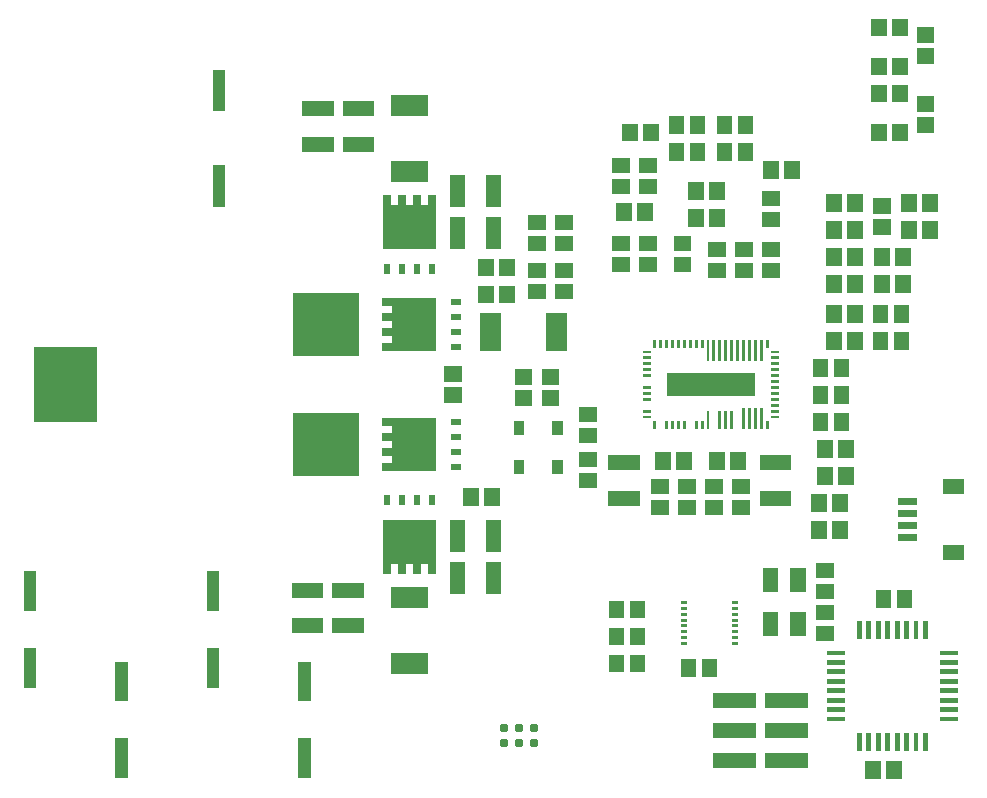
<source format=gbr>
G04 start of page 13 for group -4015 idx -4015 *
G04 Title: (unknown), toppaste *
G04 Creator: pcb 20140316 *
G04 CreationDate: Sun 30 Dec 2018 07:41:08 PM GMT UTC *
G04 For: railfan *
G04 Format: Gerber/RS-274X *
G04 PCB-Dimensions (mil): 4000.00 2950.00 *
G04 PCB-Coordinate-Origin: lower left *
%MOIN*%
%FSLAX25Y25*%
%LNTOPPASTE*%
%ADD185R,0.0100X0.0100*%
%ADD184C,0.0310*%
%ADD183R,0.0500X0.0500*%
%ADD182R,0.0472X0.0472*%
%ADD181R,0.0236X0.0236*%
%ADD180R,0.0157X0.0157*%
%ADD179R,0.0787X0.0787*%
%ADD178R,0.0098X0.0098*%
%ADD177R,0.0360X0.0360*%
%ADD176R,0.0512X0.0512*%
%ADD175R,0.0709X0.0709*%
%ADD174C,0.0001*%
%ADD173R,0.0020X0.0020*%
%ADD172R,0.0197X0.0197*%
%ADD171R,0.1476X0.1476*%
%ADD170R,0.0236X0.0236*%
%ADD169R,0.2100X0.2100*%
%ADD168R,0.2080X0.2080*%
%ADD167R,0.0430X0.0430*%
G54D167*X107500Y53000D02*Y44000D01*
Y27500D02*Y18400D01*
X168500Y53000D02*Y44000D01*
Y27500D02*Y18400D01*
X138000Y57500D02*Y48500D01*
Y83100D02*Y74000D01*
X77000Y57500D02*Y48500D01*
Y83100D02*Y74000D01*
G54D168*X88900Y149600D02*Y145400D01*
G54D169*X175300Y127500D02*X176300D01*
X175300Y167500D02*X176300D01*
G54D170*X211000Y86378D02*Y85591D01*
X206000Y86378D02*Y85591D01*
X201000Y86378D02*Y85591D01*
X196000Y86378D02*Y85591D01*
G54D171*X202201Y94941D02*X204799D01*
G54D172*X211000Y109606D02*Y108228D01*
X206000Y109606D02*Y108228D01*
X201000Y109606D02*Y108228D01*
X196000Y109606D02*Y108228D01*
G54D173*X203500Y93642D02*Y93091D01*
X211000Y109606D02*Y108228D01*
X206000Y109606D02*Y108228D01*
X201000Y109606D02*Y108228D01*
X196000Y109606D02*Y108228D01*
X211000Y86555D02*Y85571D01*
X206000Y86555D02*Y85571D01*
X201000Y86555D02*Y85571D01*
X196000Y86555D02*Y85571D01*
X206000Y109626D02*Y108248D01*
X201000Y109626D02*Y108248D01*
X196000Y109626D02*Y108248D01*
X211000Y109626D02*Y108248D01*
G54D174*G36*
X203894Y94547D02*Y88642D01*
X209799D01*
Y94547D01*
X203894D01*
G37*
G36*
Y101240D02*Y95335D01*
X209799D01*
Y101240D01*
X203894D01*
G37*
G36*
X197201D02*Y95335D01*
X203106D01*
Y101240D01*
X197201D01*
G37*
G36*
Y94547D02*Y88642D01*
X203106D01*
Y94547D01*
X197201D01*
G37*
G54D170*X195591Y160000D02*X196378D01*
X195591Y165000D02*X196378D01*
X195591Y170000D02*X196378D01*
X195591Y175000D02*X196378D01*
G54D171*X204941Y168799D02*Y166201D01*
G54D172*X218228Y160000D02*X219606D01*
X218228Y165000D02*X219606D01*
X218228Y170000D02*X219606D01*
X218228Y175000D02*X219606D01*
G54D173*X203091Y167500D02*X203642D01*
X218228Y160000D02*X219606D01*
X218228Y165000D02*X219606D01*
X218228Y170000D02*X219606D01*
X218228Y175000D02*X219606D01*
X195571Y160000D02*X196555D01*
X195571Y165000D02*X196555D01*
X195571Y170000D02*X196555D01*
X195571Y175000D02*X196555D01*
X218248Y165000D02*X219626D01*
X218248Y170000D02*X219626D01*
X218248Y175000D02*X219626D01*
X218248Y160000D02*X219626D01*
G54D174*G36*
X198642Y167106D02*Y161201D01*
X204547D01*
Y167106D01*
X198642D01*
G37*
G36*
X205335D02*Y161201D01*
X211240D01*
Y167106D01*
X205335D01*
G37*
G36*
Y173799D02*Y167894D01*
X211240D01*
Y173799D01*
X205335D01*
G37*
G36*
X198642D02*Y167894D01*
X204547D01*
Y173799D01*
X198642D01*
G37*
G54D170*X195591Y120000D02*X196378D01*
X195591Y125000D02*X196378D01*
X195591Y130000D02*X196378D01*
X195591Y135000D02*X196378D01*
G54D171*X204941Y128799D02*Y126201D01*
G54D172*X218228Y120000D02*X219606D01*
X218228Y125000D02*X219606D01*
X218228Y130000D02*X219606D01*
X218228Y135000D02*X219606D01*
G54D173*X203091Y127500D02*X203642D01*
X218228Y120000D02*X219606D01*
X218228Y125000D02*X219606D01*
X218228Y130000D02*X219606D01*
X218228Y135000D02*X219606D01*
X195571Y120000D02*X196555D01*
X195571Y125000D02*X196555D01*
X195571Y130000D02*X196555D01*
X195571Y135000D02*X196555D01*
X218248Y125000D02*X219626D01*
X218248Y130000D02*X219626D01*
X218248Y135000D02*X219626D01*
X218248Y120000D02*X219626D01*
G54D174*G36*
X198642Y127106D02*Y121201D01*
X204547D01*
Y127106D01*
X198642D01*
G37*
G36*
X205335D02*Y121201D01*
X211240D01*
Y127106D01*
X205335D01*
G37*
G36*
Y133799D02*Y127894D01*
X211240D01*
Y133799D01*
X205335D01*
G37*
G36*
X198642D02*Y127894D01*
X204547D01*
Y133799D01*
X198642D01*
G37*
G54D170*X196000Y209409D02*Y208622D01*
X201000Y209409D02*Y208622D01*
X206000Y209409D02*Y208622D01*
X211000Y209409D02*Y208622D01*
G54D171*X202201Y200059D02*X204799D01*
G54D172*X196000Y186772D02*Y185394D01*
X201000Y186772D02*Y185394D01*
X206000Y186772D02*Y185394D01*
X211000Y186772D02*Y185394D01*
G54D173*X203500Y201909D02*Y201358D01*
X196000Y186772D02*Y185394D01*
X201000Y186772D02*Y185394D01*
X206000Y186772D02*Y185394D01*
X211000Y186772D02*Y185394D01*
X196000Y209429D02*Y208445D01*
X201000Y209429D02*Y208445D01*
X206000Y209429D02*Y208445D01*
X211000Y209429D02*Y208445D01*
X201000Y186752D02*Y185374D01*
X206000Y186752D02*Y185374D01*
X211000Y186752D02*Y185374D01*
X196000Y186752D02*Y185374D01*
G54D174*G36*
X197201Y206358D02*Y200453D01*
X203106D01*
Y206358D01*
X197201D01*
G37*
G36*
Y199665D02*Y193760D01*
X203106D01*
Y199665D01*
X197201D01*
G37*
G36*
X203894D02*Y193760D01*
X209799D01*
Y199665D01*
X203894D01*
G37*
G36*
Y206358D02*Y200453D01*
X209799D01*
Y206358D01*
X203894D01*
G37*
G54D175*X200744Y218476D02*X206256D01*
X200744Y240524D02*X206256D01*
G54D176*X219595Y214755D02*Y209245D01*
X231405Y214755D02*Y209245D01*
X219595Y200755D02*Y195245D01*
X231405Y200755D02*Y195245D01*
G54D167*X140000Y250200D02*Y240800D01*
Y218400D02*Y208900D01*
G54D176*X170245Y239405D02*X175755D01*
X170245Y227595D02*X175755D01*
X183745Y239405D02*X189255D01*
X183745Y227595D02*X189255D01*
X219595Y85755D02*Y80245D01*
X231405Y85755D02*Y80245D01*
X219595Y99755D02*Y94245D01*
X231405Y99755D02*Y94245D01*
G54D175*X200744Y54476D02*X206256D01*
X200744Y76524D02*X206256D01*
G54D176*X180245Y67095D02*X185755D01*
X180245Y78905D02*X185755D01*
X166745Y67095D02*X172255D01*
X166745Y78905D02*X172255D01*
X217607Y143957D02*X218393D01*
X217607Y151043D02*X218393D01*
X236043Y186893D02*Y186107D01*
X228957Y186893D02*Y186107D01*
X236043Y177893D02*Y177107D01*
X228957Y177893D02*Y177107D01*
X223957Y110393D02*Y109607D01*
X231043Y110393D02*Y109607D01*
G54D177*X240000Y133600D02*Y132400D01*
X252900Y133600D02*Y132400D01*
X240000Y120600D02*Y119400D01*
X252900Y120600D02*Y119400D01*
G54D176*X262607Y130457D02*X263393D01*
X262607Y137543D02*X263393D01*
X262607Y115500D02*X263393D01*
X262607Y122586D02*X263393D01*
X245607Y178457D02*X246393D01*
X245607Y185543D02*X246393D01*
X245607Y194457D02*X246393D01*
X245607Y201543D02*X246393D01*
X254607Y178457D02*X255393D01*
X254607Y185543D02*X255393D01*
X254607Y194457D02*X255393D01*
X254607Y201543D02*X255393D01*
G54D175*X252524Y167756D02*Y162244D01*
X230476Y167756D02*Y162244D01*
G54D176*X298957Y212393D02*Y211607D01*
X306043Y212393D02*Y211607D01*
X299543Y225393D02*Y224607D01*
X292457Y225393D02*Y224607D01*
X299543Y234393D02*Y233607D01*
X292457Y234393D02*Y233607D01*
X315543Y225393D02*Y224607D01*
X308457Y225393D02*Y224607D01*
X315543Y234393D02*Y233607D01*
X308457Y234393D02*Y233607D01*
X272245Y121405D02*X277755D01*
X272245Y109595D02*X277755D01*
X313607Y113543D02*X314393D01*
X313607Y106457D02*X314393D01*
X304607Y113543D02*X305393D01*
X304607Y106457D02*X305393D01*
X313043Y122393D02*Y121607D01*
X305957Y122393D02*Y121607D01*
X295607Y113543D02*X296393D01*
X295607Y106457D02*X296393D01*
X286607Y113543D02*X287393D01*
X286607Y106457D02*X287393D01*
X295043Y122393D02*Y121607D01*
X287957Y122393D02*Y121607D01*
X340457Y144393D02*Y143607D01*
X347543Y144393D02*Y143607D01*
X340457Y135393D02*Y134607D01*
X347543Y135393D02*Y134607D01*
Y153393D02*Y152607D01*
X340457Y153393D02*Y152607D01*
X344957Y162393D02*Y161607D01*
X352043Y162393D02*Y161607D01*
X360457Y162393D02*Y161607D01*
X367543Y162393D02*Y161607D01*
X360457Y171393D02*Y170607D01*
X367543Y171393D02*Y170607D01*
X344957Y171393D02*Y170607D01*
X352043Y171393D02*Y170607D01*
Y181393D02*Y180607D01*
X344957Y181393D02*Y180607D01*
X352043Y190393D02*Y189607D01*
X344957Y190393D02*Y189607D01*
X360957Y190393D02*Y189607D01*
X368043Y190393D02*Y189607D01*
Y181393D02*Y180607D01*
X360957Y181393D02*Y180607D01*
X360607Y199957D02*X361393D01*
X360607Y207043D02*X361393D01*
X352043Y208393D02*Y207607D01*
X344957Y208393D02*Y207607D01*
X369957Y208393D02*Y207607D01*
X377043Y208393D02*Y207607D01*
Y199393D02*Y198607D01*
X369957Y199393D02*Y198607D01*
X352043Y199393D02*Y198607D01*
X344957Y199393D02*Y198607D01*
X282607Y187457D02*X283393D01*
X282607Y194543D02*X283393D01*
X273607D02*X274393D01*
X273607Y187457D02*X274393D01*
X282607Y213457D02*X283393D01*
X282607Y220543D02*X283393D01*
X274957Y205393D02*Y204607D01*
X282043Y205393D02*Y204607D01*
X273607Y213457D02*X274393D01*
X273607Y220543D02*X274393D01*
X284043Y231893D02*Y231107D01*
X276957Y231893D02*Y231107D01*
G54D178*X322701Y161772D02*Y160000D01*
X320732Y161772D02*Y155669D01*
X318764Y161772D02*Y155669D01*
X316795Y161772D02*Y155669D01*
X314827Y161772D02*Y155669D01*
X312858Y161772D02*Y155669D01*
X310890Y161772D02*Y155669D01*
X308921Y161772D02*Y155669D01*
X306953Y161772D02*Y155669D01*
X304984Y161772D02*Y155669D01*
X303016Y161772D02*Y155669D01*
X301047Y161772D02*Y160000D01*
X299079Y161772D02*Y160000D01*
X297110Y161772D02*Y160000D01*
X295142Y161772D02*Y160000D01*
X293173Y161772D02*Y160000D01*
X291205Y161772D02*Y160000D01*
X289236Y161772D02*Y160000D01*
X287268Y161772D02*Y160000D01*
X285299Y161772D02*Y160000D01*
X281854Y158327D02*X283626D01*
X281854Y156358D02*X283626D01*
X281854Y154390D02*X283626D01*
X281854Y152421D02*X283626D01*
X281854Y150453D02*X283626D01*
X281854Y146516D02*X283626D01*
X281854Y144547D02*X283626D01*
X281854Y142579D02*X283626D01*
X281854Y138642D02*X283626D01*
X281854Y136673D02*X283626D01*
X285299Y135000D02*Y133228D01*
X289236Y135000D02*Y133228D01*
X291205Y135000D02*Y133228D01*
X293173Y135000D02*Y133228D01*
X295142Y135000D02*Y133228D01*
X299079Y135000D02*Y133228D01*
X301047Y135000D02*Y133228D01*
X303016Y138150D02*Y133228D01*
X306953Y138150D02*Y133228D01*
X308921Y138150D02*Y133228D01*
X310890Y138150D02*Y133228D01*
X314827Y139331D02*Y133228D01*
X316795Y139331D02*Y133228D01*
X318764Y139331D02*Y133228D01*
X320732Y139331D02*Y133228D01*
X322701Y135000D02*Y133228D01*
X324374Y136673D02*X326146D01*
X324374Y138642D02*X326146D01*
X324374Y140610D02*X326146D01*
X324374Y142579D02*X326146D01*
X324374Y144547D02*X326146D01*
X324374Y146516D02*X326146D01*
X324374Y148484D02*X326146D01*
X324374Y150453D02*X326146D01*
X324374Y152421D02*X326146D01*
X324374Y154390D02*X326146D01*
X324374Y156358D02*X326146D01*
X324374Y158327D02*X326146D01*
G54D179*X293173Y147500D02*X314827D01*
G54D176*X322745Y121405D02*X328255D01*
X322745Y109595D02*X328255D01*
X367043Y266893D02*Y266107D01*
X359957Y266893D02*Y266107D01*
X375107Y233957D02*X375893D01*
X375107Y241043D02*X375893D01*
X367043Y231893D02*Y231107D01*
X359957Y231893D02*Y231107D01*
X367043Y244893D02*Y244107D01*
X359957Y244893D02*Y244107D01*
X367043Y253893D02*Y253107D01*
X359957Y253893D02*Y253107D01*
X341607Y71543D02*X342393D01*
X341607Y64457D02*X342393D01*
X341607Y78457D02*X342393D01*
X341607Y85543D02*X342393D01*
X323929Y83661D02*Y80906D01*
Y69094D02*Y66339D01*
X332985Y69094D02*Y66339D01*
Y83661D02*Y80906D01*
G54D180*X375523Y67992D02*Y63566D01*
X372374Y67992D02*Y63566D01*
X369224Y67992D02*Y63566D01*
X366075Y67992D02*Y63566D01*
X362925Y67992D02*Y63566D01*
X359775Y67992D02*Y63566D01*
X356626Y67992D02*Y63566D01*
X353476Y67992D02*Y63566D01*
X343508Y58023D02*X347934D01*
X343508Y54874D02*X347934D01*
X343508Y51724D02*X347934D01*
X343508Y48575D02*X347934D01*
X343508Y45425D02*X347934D01*
X343508Y42275D02*X347934D01*
X343508Y39126D02*X347934D01*
X343508Y35976D02*X347934D01*
X353477Y30434D02*Y26008D01*
X356626Y30434D02*Y26008D01*
X359776Y30434D02*Y26008D01*
X362925Y30434D02*Y26008D01*
X366075Y30434D02*Y26008D01*
X369225Y30434D02*Y26008D01*
X372374Y30434D02*Y26008D01*
X375524Y30434D02*Y26008D01*
X381066Y35977D02*X385492D01*
X381066Y39126D02*X385492D01*
X381066Y42276D02*X385492D01*
X381066Y45425D02*X385492D01*
X381066Y48575D02*X385492D01*
X381066Y51725D02*X385492D01*
X381066Y54874D02*X385492D01*
X381066Y58024D02*X385492D01*
G54D176*X357957Y19350D02*Y18564D01*
X365043Y19350D02*Y18564D01*
X361457Y76350D02*Y75564D01*
X368543Y76350D02*Y75564D01*
X296457Y53393D02*Y52607D01*
X303543Y53393D02*Y52607D01*
G54D181*X367630Y96594D02*X371370D01*
X367630Y100531D02*X371370D01*
X367630Y104469D02*X371370D01*
X367630Y108406D02*X371370D01*
G54D182*X383575Y91476D02*X385937D01*
X383575Y113524D02*X385937D01*
G54D183*X307016Y42000D02*X316504D01*
X307016Y32000D02*X316504D01*
X307016Y22000D02*X316504D01*
X324496D02*X333984D01*
X324496Y32000D02*X333984D01*
X324496Y42000D02*X333984D01*
G54D176*X341957Y117393D02*Y116607D01*
X349043Y117393D02*Y116607D01*
X347043Y108393D02*Y107607D01*
X339957Y108393D02*Y107607D01*
Y99393D02*Y98607D01*
X347043Y99393D02*Y98607D01*
X349043Y126393D02*Y125607D01*
X341957Y126393D02*Y125607D01*
X375107Y264043D02*X375893D01*
X375107Y256957D02*X375893D01*
X306043Y203393D02*Y202607D01*
X298957Y203393D02*Y202607D01*
X314607Y185457D02*X315393D01*
X314607Y192543D02*X315393D01*
X305607D02*X306393D01*
X305607Y185457D02*X306393D01*
X294107Y187457D02*X294893D01*
X294107Y194543D02*X294893D01*
X323607Y185457D02*X324393D01*
X323607Y192543D02*X324393D01*
X323607Y202457D02*X324393D01*
X323607Y209543D02*X324393D01*
X331043Y219393D02*Y218607D01*
X323957Y219393D02*Y218607D01*
X250107Y150043D02*X250893D01*
X250107Y142957D02*X250893D01*
X241107Y150043D02*X241893D01*
X241107Y142957D02*X241893D01*
G54D184*X235000Y28000D03*
Y33000D03*
X240000Y28000D03*
Y33000D03*
X245000Y28000D03*
Y33000D03*
G54D185*X294500Y74890D02*X295500D01*
X294500Y72921D02*X295500D01*
X294500Y70953D02*X295500D01*
X294500Y68984D02*X295500D01*
X294500Y67016D02*X295500D01*
X294500Y65047D02*X295500D01*
X294500Y63079D02*X295500D01*
X294500Y61110D02*X295500D01*
X311500D02*X312500D01*
X311500Y63079D02*X312500D01*
X311500Y65047D02*X312500D01*
X311500Y67016D02*X312500D01*
X311500Y68984D02*X312500D01*
X311500Y70953D02*X312500D01*
X311500Y72921D02*X312500D01*
X311500Y74890D02*X312500D01*
G54D176*X272457Y72893D02*Y72107D01*
X279543Y72893D02*Y72107D01*
X272457Y63893D02*Y63107D01*
X279543Y63893D02*Y63107D01*
X272457Y54893D02*Y54107D01*
X279543Y54893D02*Y54107D01*
M02*

</source>
